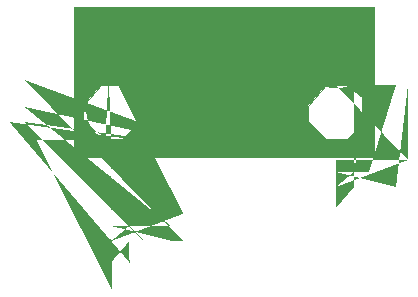
<source format=gbr>
G04 #@! TF.GenerationSoftware,KiCad,Pcbnew,(6.0.5-0)*
G04 #@! TF.CreationDate,2022-10-16T12:17:06-06:00*
G04 #@! TF.ProjectId,panel_mount_sma_to_microstrip_CCAT_v2,70616e65-6c5f-46d6-9f75-6e745f736d61,rev?*
G04 #@! TF.SameCoordinates,Original*
G04 #@! TF.FileFunction,Copper,L2,Bot*
G04 #@! TF.FilePolarity,Positive*
%FSLAX46Y46*%
G04 Gerber Fmt 4.6, Leading zero omitted, Abs format (unit mm)*
G04 Created by KiCad (PCBNEW (6.0.5-0)) date 2022-10-16 12:17:06*
%MOMM*%
%LPD*%
G01*
G04 APERTURE LIST*
G04 Aperture macros list*
%AMFreePoly0*
4,1,101,0.483088,4.818435,0.796677,4.737919,1.097702,4.618735,1.381415,4.462762,1.643343,4.272460,1.879354,4.050831,2.085727,3.801369,2.259206,3.528009,2.397057,3.235062,2.497104,2.927147,2.557771,2.609122,2.578100,2.286000,2.557771,1.962878,2.497104,1.644853,2.397057,1.336938,2.259206,1.043991,2.085727,0.770631,1.879354,0.521169,1.643343,0.299540,1.381415,0.109238,
1.097702,-0.046735,0.796677,-0.165919,0.483088,-0.246435,0.161880,-0.287013,-0.161880,-0.287013,-0.483088,-0.246435,-0.796677,-0.165919,-1.097702,-0.046735,-1.381415,0.109238,-1.643343,0.299540,-1.879354,0.521169,-2.085727,0.770631,-2.259206,1.043991,-2.397057,1.336938,-2.497104,1.644853,-2.557771,1.962878,-2.578100,2.286000,-2.576733,2.307728,-2.074823,2.307728,-2.058576,2.025941,
-2.004235,1.748967,-1.912808,1.481930,-1.785985,1.229771,-1.626115,0.997157,-1.436153,0.788393,-1.219617,0.607341,-0.980513,0.457351,-0.723265,0.341199,-0.452633,0.261034,-0.173626,0.218340,0.108594,0.213907,0.388804,0.247816,0.661820,0.319440,0.922590,0.427455,1.166288,0.569860,1.388404,0.744021,1.584829,0.946716,1.751927,1.174193,1.886608,1.422244,1.986378,1.686277,
2.049391,1.961408,2.074482,2.242546,2.074937,2.286000,2.055739,2.567601,1.998502,2.843992,1.904283,3.110057,1.774827,3.360873,1.612529,3.591800,1.420392,3.798564,1.201972,3.977339,0.961310,4.124817,0.702860,4.238268,0.431404,4.315595,0.151965,4.355365,-0.130286,4.356843,-0.410127,4.320001,-0.682378,4.245521,-0.942002,4.134782,-1.184195,3.989833,-1.404475,3.813355,
-1.598766,3.608615,-1.763474,3.379400,-1.895549,3.129953,-1.992549,2.864889,-2.052678,2.589113,-2.074823,2.307728,-2.576733,2.307728,-2.557771,2.609122,-2.497104,2.927147,-2.397057,3.235062,-2.259206,3.528009,-2.085727,3.801369,-1.879354,4.050831,-1.643343,4.272460,-1.381415,4.462762,-1.097702,4.618735,-0.796677,4.737919,-0.483088,4.818435,-0.161880,4.859013,0.161880,4.859013,
0.483088,4.818435,0.483088,4.818435,$1*%
G04 Aperture macros list end*
G04 #@! TA.AperFunction,NonConductor*
%ADD10C,0.100000*%
G04 #@! TD*
G04 #@! TA.AperFunction,SMDPad,CuDef*
%ADD11FreePoly0,180.000000*%
G04 #@! TD*
G04 #@! TA.AperFunction,SMDPad,CuDef*
%ADD12FreePoly0,0.000000*%
G04 #@! TD*
G04 APERTURE END LIST*
D10*
G36*
X-11938000Y4318000D02*
G01*
X-11938000Y3048000D01*
X-10414000Y1524000D01*
X-8636000Y1524000D01*
X-7366000Y2794000D01*
X-7366000Y5080000D01*
X-8636000Y6096000D01*
X-6350000Y6096000D01*
X-6350000Y0D01*
X-12700000Y0D01*
X-12700000Y6096000D01*
X-10414000Y6096000D01*
X-11938000Y4318000D01*
G37*
X-11938000Y4318000D02*
X-11938000Y3048000D01*
X-10414000Y1524000D01*
X-8636000Y1524000D01*
X-7366000Y2794000D01*
X-7366000Y5080000D01*
X-8636000Y6096000D01*
X-6350000Y6096000D01*
X-6350000Y0D01*
X-12700000Y0D01*
X-12700000Y6096000D01*
X-10414000Y6096000D01*
X-11938000Y4318000D01*
G36*
X7112000Y4318000D02*
G01*
X7112000Y3048000D01*
X8636000Y1524000D01*
X10414000Y1524000D01*
X11684000Y2794000D01*
X11684000Y5080000D01*
X10414000Y6096000D01*
X12700000Y6096000D01*
X12700000Y0D01*
X5842000Y0D01*
X5842000Y6096000D01*
X8636000Y6096000D01*
X7112000Y4318000D01*
G37*
X7112000Y4318000D02*
X7112000Y3048000D01*
X8636000Y1524000D01*
X10414000Y1524000D01*
X11684000Y2794000D01*
X11684000Y5080000D01*
X10414000Y6096000D01*
X12700000Y6096000D01*
X12700000Y0D01*
X5842000Y0D01*
X5842000Y6096000D01*
X8636000Y6096000D01*
X7112000Y4318000D01*
G36*
X12700000Y6096000D02*
G01*
X5842000Y6096000D01*
X5842000Y0D01*
X-6350000Y0D01*
X-6350000Y6096000D01*
X-12700000Y6096000D01*
X-12700000Y12700000D01*
X12700000Y12700000D01*
X12700000Y6096000D01*
G37*
X12700000Y6096000D02*
X5842000Y6096000D01*
X5842000Y0D01*
X-6350000Y0D01*
X-6350000Y6096000D01*
X-12700000Y6096000D01*
X-12700000Y12700000D01*
X12700000Y12700000D01*
X12700000Y6096000D01*
D11*
X9525000Y6096000D03*
D12*
X-9525000Y1524000D03*
M02*

</source>
